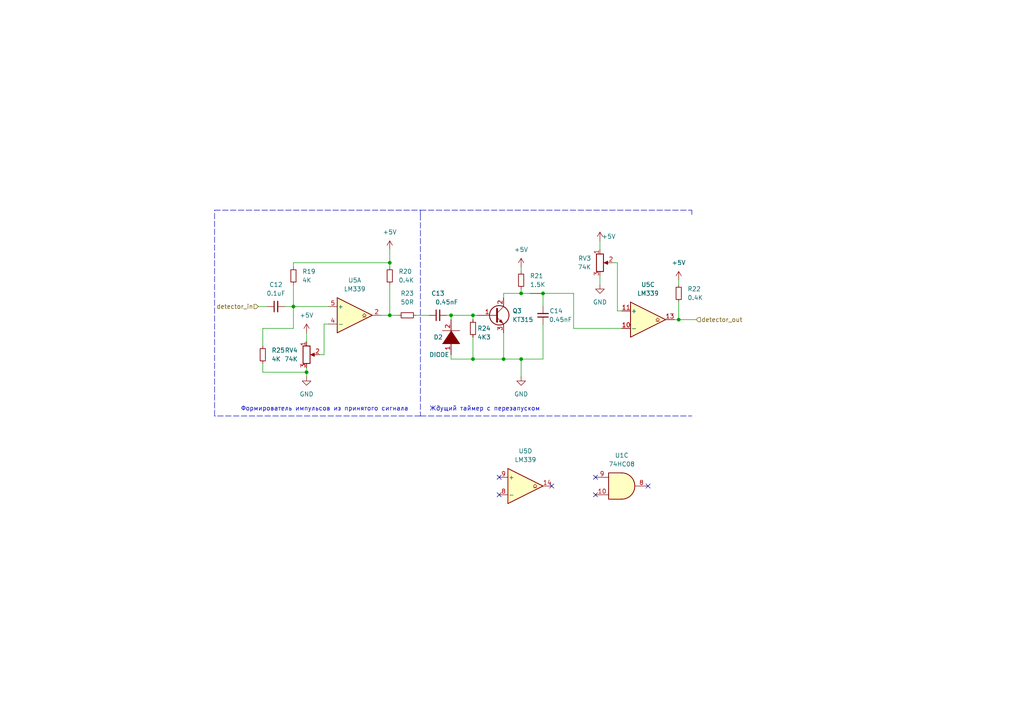
<source format=kicad_sch>
(kicad_sch (version 20211123) (generator eeschema)
  (paper "A4")
  (lib_symbols
    (symbol "Comparator:LM339" (pin_names (offset 0.127))
      (property "Reference" "U" (at 0 5.08 0))
      (property "Value" "LM339" (at 0 -5.08 0))
      (symbol "LM339_1_1"
        (polyline (pts (xy -5.08 5.08) (xy 5.08 0) (xy -5.08 -5.08) (xy -5.08 5.08)) (stroke (width 0.254)) (fill (type background)))
        (polyline (pts (xy 3.302 -0.508) (xy 2.794 -0.508) (xy 3.302 0) (xy 2.794 0.508) (xy 2.286 0) (xy 2.794 -0.508) (xy 2.286 -0.508)) (stroke (width 0.127)))
        (pin open_collector line (at 7.62 0 180) (length 2.54) (name "~") (number "2"))
        (pin input line (at -7.62 -2.54 0) (length 2.54) (name "-") (number "4"))
        (pin input line (at -7.62 2.54 0) (length 2.54) (name "+") (number "5"))
      )
      (symbol "LM339_2_1"
        (polyline (pts (xy -5.08 5.08) (xy 5.08 0) (xy -5.08 -5.08) (xy -5.08 5.08)) (stroke (width 0.254)) (fill (type background)))
        (polyline (pts (xy 3.302 -0.508) (xy 2.794 -0.508) (xy 3.302 0) (xy 2.794 0.508) (xy 2.286 0) (xy 2.794 -0.508) (xy 2.286 -0.508)) (stroke (width 0.127)))
        (pin open_collector line (at 7.62 0 180) (length 2.54) (name "~") (number "1"))
        (pin input line (at -7.62 -2.54 0) (length 2.54) (name "-") (number "6"))
        (pin input line (at -7.62 2.54 0) (length 2.54) (name "+") (number "7"))
      )
      (symbol "LM339_3_1"
        (polyline (pts (xy -5.08 5.08) (xy 5.08 0) (xy -5.08 -5.08) (xy -5.08 5.08)) (stroke (width 0.254)) (fill (type background)))
        (polyline (pts (xy 3.302 -0.508) (xy 2.794 -0.508) (xy 3.302 0) (xy 2.794 0.508) (xy 2.286 0) (xy 2.794 -0.508) (xy 2.286 -0.508)) (stroke (width 0.127)))
        (pin input line (at -7.62 -2.54 0) (length 2.54) (name "-") (number "10"))
        (pin input line (at -7.62 2.54 0) (length 2.54) (name "+") (number "11"))
        (pin open_collector line (at 7.62 0 180) (length 2.54) (name "~") (number "13"))
      )
      (symbol "LM339_4_1"
        (polyline (pts (xy -5.08 5.08) (xy 5.08 0) (xy -5.08 -5.08) (xy -5.08 5.08)) (stroke (width 0.254)) (fill (type background)))
        (polyline (pts (xy 3.302 -0.508) (xy 2.794 -0.508) (xy 3.302 0) (xy 2.794 0.508) (xy 2.286 0) (xy 2.794 -0.508) (xy 2.286 -0.508)) (stroke (width 0.127)))
        (pin open_collector line (at 7.62 0 180) (length 2.54) (name "~") (number "14"))
        (pin input line (at -7.62 -2.54 0) (length 2.54) (name "-") (number "8"))
        (pin input line (at -7.62 2.54 0) (length 2.54) (name "+") (number "9"))
      )
      (symbol "LM339_5_1"
        (pin power_in line (at -2.54 -7.62 90) (length 3.81) (name "V-") (number "12"))
        (pin power_in line (at -2.54 7.62 270) (length 3.81) (name "V+") (number "3"))
      )
    )
    (symbol "Device:C_Small" (pin_numbers hide) (pin_names (offset 0.254) hide)
      (property "Reference" "C" (at 0.254 1.778 0))
      (property "Value" "C_Small" (at 0.254 -2.032 0))
      (symbol "C_Small_0_1"
        (polyline (pts (xy -1.524 -0.508) (xy 1.524 -0.508)) (stroke (width 0.3302)))
        (polyline (pts (xy -1.524 0.508) (xy 1.524 0.508)) (stroke (width 0.3048)))
      )
      (symbol "C_Small_1_1"
        (pin passive line (at 0 2.54 270) (length 2.032) (name "~") (number "1"))
        (pin passive line (at 0 -2.54 90) (length 2.032) (name "~") (number "2"))
      )
    )
    (symbol "Device:Q_NPN_BCE" (pin_names (offset 0) hide)
      (property "Reference" "Q" (at 5.08 1.27 0))
      (property "Value" "Q_NPN_BCE" (at 5.08 -1.27 0))
      (symbol "Q_NPN_BCE_0_1"
        (polyline (pts (xy 0.635 0.635) (xy 2.54 2.54)))
        (polyline (pts (xy 0.635 -0.635) (xy 2.54 -2.54) (xy 2.54 -2.54)))
        (polyline (pts (xy 0.635 1.905) (xy 0.635 -1.905) (xy 0.635 -1.905)) (stroke (width 0.508)))
        (polyline (pts (xy 1.27 -1.778) (xy 1.778 -1.27) (xy 2.286 -2.286) (xy 1.27 -1.778) (xy 1.27 -1.778)) (fill (type outline)))
        (circle (center 1.27 0) (radius 2.8194) (stroke (width 0.254)))
      )
      (symbol "Q_NPN_BCE_1_1"
        (pin input line (at -5.08 0 0) (length 5.715) (name "B") (number "1"))
        (pin passive line (at 2.54 5.08 270) (length 2.54) (name "C") (number "2"))
        (pin passive line (at 2.54 -5.08 90) (length 2.54) (name "E") (number "3"))
      )
    )
    (symbol "Device:R_Potentiometer" (pin_names (offset 1.016) hide)
      (property "Reference" "RV" (at -4.445 0 90))
      (property "Value" "R_Potentiometer" (at -2.54 0 90))
      (symbol "R_Potentiometer_0_1"
        (polyline (pts (xy 2.54 0) (xy 1.524 0)))
        (polyline (pts (xy 1.143 0) (xy 2.286 0.508) (xy 2.286 -0.508) (xy 1.143 0)) (fill (type outline)))
        (rectangle (start 1.016 2.54) (end -1.016 -2.54) (stroke (width 0.254)))
      )
      (symbol "R_Potentiometer_1_1"
        (pin passive line (at 0 3.81 270) (length 1.27) (name "1") (number "1"))
        (pin passive line (at 3.81 0 180) (length 1.27) (name "2") (number "2"))
        (pin passive line (at 0 -3.81 90) (length 1.27) (name "3") (number "3"))
      )
    )
    (symbol "Device:R_Small" (pin_numbers hide) (pin_names (offset 0.254) hide)
      (property "Reference" "R" (at 0.762 0.508 0))
      (property "Value" "R_Small" (at 0.762 -1.016 0))
      (symbol "R_Small_0_1"
        (rectangle (start -0.762 1.778) (end 0.762 -1.778) (stroke (width 0.2032)))
      )
      (symbol "R_Small_1_1"
        (pin passive line (at 0 2.54 270) (length 0.762) (name "~") (number "1"))
        (pin passive line (at 0 -2.54 90) (length 0.762) (name "~") (number "2"))
      )
    )
    (symbol "custom_elements:74HC08" (pin_names (offset 1.016))
      (property "Reference" "U" (at 1.27 7.62 0))
      (property "Value" "74HC08" (at 0 0 0))
      (symbol "74HC08_1_1"
        (arc (start 0 -3.81) (mid 3.81 0) (end 0 3.81) (stroke (width 0.254)) (fill (type background)))
        (polyline (pts (xy 0 3.81) (xy -3.81 3.81) (xy -3.81 -3.81) (xy 0 -3.81)) (stroke (width 0.254)) (fill (type background)))
        (pin input line (at -7.62 2.54 0) (length 3.81) (name "~") (number "1"))
        (pin input line (at -7.62 -2.54 0) (length 3.81) (name "~") (number "2"))
        (pin output line (at 7.62 0 180) (length 3.81) (name "~") (number "3"))
      )
      (symbol "74HC08_1_2"
        (arc (start -3.81 -3.81) (mid -2.589 0) (end -3.81 3.81) (stroke (width 0.254)))
        (arc (start -0.6096 -3.81) (mid 2.1855 -2.584) (end 3.81 0) (stroke (width 0.254)) (fill (type background)))
        (polyline (pts (xy -3.81 -3.81) (xy -0.635 -3.81)) (stroke (width 0.254)) (fill (type background)))
        (polyline (pts (xy -3.81 3.81) (xy -0.635 3.81)) (stroke (width 0.254)) (fill (type background)))
        (polyline (pts (xy -0.635 3.81) (xy -3.81 3.81) (xy -3.81 3.81) (xy -3.556 3.4036) (xy -3.0226 2.2606) (xy -2.6924 1.0414) (xy -2.6162 -0.254) (xy -2.7686 -1.4986) (xy -3.175 -2.7178) (xy -3.81 -3.81) (xy -3.81 -3.81) (xy -0.635 -3.81)) (stroke (width -25.4)) (fill (type background)))
        (arc (start 3.81 0) (mid 2.1928 2.5925) (end -0.6096 3.81) (stroke (width 0.254)) (fill (type background)))
        (pin input inverted (at -7.62 2.54 0) (length 4.318) (name "~") (number "1"))
        (pin input inverted (at -7.62 -2.54 0) (length 4.318) (name "~") (number "2"))
        (pin output line (at 7.62 0 180) (length 3.81) (name "~") (number "3"))
      )
      (symbol "74HC08_2_1"
        (arc (start 0 -3.81) (mid 3.81 0) (end 0 3.81) (stroke (width 0.254)) (fill (type background)))
        (polyline (pts (xy 0 3.81) (xy -3.81 3.81) (xy -3.81 -3.81) (xy 0 -3.81)) (stroke (width 0.254)) (fill (type background)))
        (pin input line (at -7.62 2.54 0) (length 3.81) (name "~") (number "4"))
        (pin input line (at -7.62 -2.54 0) (length 3.81) (name "~") (number "5"))
        (pin output line (at 7.62 0 180) (length 3.81) (name "~") (number "6"))
      )
      (symbol "74HC08_2_2"
        (arc (start -3.81 -3.81) (mid -2.589 0) (end -3.81 3.81) (stroke (width 0.254)))
        (arc (start -0.6096 -3.81) (mid 2.1855 -2.584) (end 3.81 0) (stroke (width 0.254)) (fill (type background)))
        (polyline (pts (xy -3.81 -3.81) (xy -0.635 -3.81)) (stroke (width 0.254)) (fill (type background)))
        (polyline (pts (xy -3.81 3.81) (xy -0.635 3.81)) (stroke (width 0.254)) (fill (type background)))
        (polyline (pts (xy -0.635 3.81) (xy -3.81 3.81) (xy -3.81 3.81) (xy -3.556 3.4036) (xy -3.0226 2.2606) (xy -2.6924 1.0414) (xy -2.6162 -0.254) (xy -2.7686 -1.4986) (xy -3.175 -2.7178) (xy -3.81 -3.81) (xy -3.81 -3.81) (xy -0.635 -3.81)) (stroke (width -25.4)) (fill (type background)))
        (arc (start 3.81 0) (mid 2.1928 2.5925) (end -0.6096 3.81) (stroke (width 0.254)) (fill (type background)))
        (pin input inverted (at -7.62 2.54 0) (length 4.318) (name "~") (number "4"))
        (pin input inverted (at -7.62 -2.54 0) (length 4.318) (name "~") (number "5"))
        (pin output line (at 7.62 0 180) (length 3.81) (name "~") (number "6"))
      )
      (symbol "74HC08_3_1"
        (arc (start 0 -3.81) (mid 3.81 0) (end 0 3.81) (stroke (width 0.254)) (fill (type background)))
        (polyline (pts (xy 0 3.81) (xy -3.81 3.81) (xy -3.81 -3.81) (xy 0 -3.81)) (stroke (width 0.254)) (fill (type background)))
        (pin input line (at -7.62 -2.54 0) (length 3.81) (name "~") (number "10"))
        (pin output line (at 7.62 0 180) (length 3.81) (name "~") (number "8"))
        (pin input line (at -7.62 2.54 0) (length 3.81) (name "~") (number "9"))
      )
      (symbol "74HC08_3_2"
        (arc (start -3.81 -3.81) (mid -2.589 0) (end -3.81 3.81) (stroke (width 0.254)))
        (arc (start -0.6096 -3.81) (mid 2.1855 -2.584) (end 3.81 0) (stroke (width 0.254)) (fill (type background)))
        (polyline (pts (xy -3.81 -3.81) (xy -0.635 -3.81)) (stroke (width 0.254)) (fill (type background)))
        (polyline (pts (xy -3.81 3.81) (xy -0.635 3.81)) (stroke (width 0.254)) (fill (type background)))
        (polyline (pts (xy -0.635 3.81) (xy -3.81 3.81) (xy -3.81 3.81) (xy -3.556 3.4036) (xy -3.0226 2.2606) (xy -2.6924 1.0414) (xy -2.6162 -0.254) (xy -2.7686 -1.4986) (xy -3.175 -2.7178) (xy -3.81 -3.81) (xy -3.81 -3.81) (xy -0.635 -3.81)) (stroke (width -25.4)) (fill (type background)))
        (arc (start 3.81 0) (mid 2.1928 2.5925) (end -0.6096 3.81) (stroke (width 0.254)) (fill (type background)))
        (pin input inverted (at -7.62 -2.54 0) (length 4.318) (name "~") (number "10"))
        (pin output line (at 7.62 0 180) (length 3.81) (name "~") (number "8"))
        (pin input inverted (at -7.62 2.54 0) (length 4.318) (name "~") (number "9"))
      )
      (symbol "74HC08_4_1"
        (arc (start 0 -3.81) (mid 3.81 0) (end 0 3.81) (stroke (width 0.254)) (fill (type background)))
        (polyline (pts (xy 0 3.81) (xy -3.81 3.81) (xy -3.81 -3.81) (xy 0 -3.81)) (stroke (width 0.254)) (fill (type background)))
        (pin output line (at 7.62 0 180) (length 3.81) (name "~") (number "11"))
        (pin input line (at -7.62 2.54 0) (length 3.81) (name "~") (number "12"))
        (pin input line (at -7.62 -2.54 0) (length 3.81) (name "~") (number "13"))
      )
      (symbol "74HC08_4_2"
        (arc (start -3.81 -3.81) (mid -2.589 0) (end -3.81 3.81) (stroke (width 0.254)))
        (arc (start -0.6096 -3.81) (mid 2.1855 -2.584) (end 3.81 0) (stroke (width 0.254)) (fill (type background)))
        (polyline (pts (xy -3.81 -3.81) (xy -0.635 -3.81)) (stroke (width 0.254)) (fill (type background)))
        (polyline (pts (xy -3.81 3.81) (xy -0.635 3.81)) (stroke (width 0.254)) (fill (type background)))
        (polyline (pts (xy -0.635 3.81) (xy -3.81 3.81) (xy -3.81 3.81) (xy -3.556 3.4036) (xy -3.0226 2.2606) (xy -2.6924 1.0414) (xy -2.6162 -0.254) (xy -2.7686 -1.4986) (xy -3.175 -2.7178) (xy -3.81 -3.81) (xy -3.81 -3.81) (xy -0.635 -3.81)) (stroke (width -25.4)) (fill (type background)))
        (arc (start 3.81 0) (mid 2.1928 2.5925) (end -0.6096 3.81) (stroke (width 0.254)) (fill (type background)))
        (pin output line (at 7.62 0 180) (length 3.81) (name "~") (number "11"))
        (pin input inverted (at -7.62 2.54 0) (length 4.318) (name "~") (number "12"))
        (pin input inverted (at -7.62 -2.54 0) (length 4.318) (name "~") (number "13"))
      )
      (symbol "74HC08_5_0"
        (pin power_in line (at 0 11.43 270) (length 5.08) (name "VCC") (number "14"))
        (pin power_in line (at 0 -11.43 90) (length 5.08) (name "GND") (number "7"))
      )
      (symbol "74HC08_5_1"
        (rectangle (start -5.08 6.35) (end 5.08 -6.35) (stroke (width 0.254)) (fill (type background)))
      )
    )
    (symbol "power:+5V" (power) (pin_names (offset 0))
      (property "Value" "+5V" (at 0 3.556 0))
      (symbol "+5V_0_1"
        (polyline (pts (xy -0.762 1.27) (xy 0 2.54)))
        (polyline (pts (xy 0 0) (xy 0 2.54)))
        (polyline (pts (xy 0 2.54) (xy 0.762 1.27)))
      )
      (symbol "+5V_1_1"
        (pin power_in line (at 0 0 90) (length 0) hide (name "+5V") (number "1"))
      )
    )
    (symbol "power:GND" (power) (pin_names (offset 0))
      (property "Value" "GND" (at 0 -3.81 0))
      (symbol "GND_0_1"
        (polyline (pts (xy 0 0) (xy 0 -1.27) (xy 1.27 -1.27) (xy 0 -2.54) (xy -1.27 -1.27) (xy 0 -1.27)))
      )
      (symbol "GND_1_1"
        (pin power_in line (at 0 0 270) (length 0) hide (name "GND") (number "1"))
      )
    )
    (symbol "pspice:DIODE" (pin_names (offset 1.016) hide)
      (property "Reference" "D" (at 0 3.81 0))
      (property "Value" "DIODE" (at 0 -4.445 0))
      (symbol "DIODE_0_1"
        (polyline (pts (xy 1.905 2.54) (xy 1.905 -2.54)))
        (polyline (pts (xy -1.905 2.54) (xy -1.905 -2.54) (xy 1.905 0)) (fill (type outline)))
      )
      (symbol "DIODE_1_1"
        (pin input line (at -5.08 0 0) (length 3.81) (name "K") (number "1"))
        (pin input line (at 5.08 0 180) (length 3.81) (name "A") (number "2"))
      )
    )
  )
  (junction (at 151.148 85.0988))
  (junction (at 146.068 104.1488))
  (junction (at 113.048 91.4488))
  (junction (at 196.85 92.71))
  (junction (at 130.828 91.4488))
  (junction (at 137.178 91.4488))
  (junction (at 157.498 85.0988))
  (junction (at 113.048 76.2088))
  (junction (at 85.108 88.9088))
  (junction (at 137.178 104.1488))
  (junction (at 88.918 107.9588))
  (junction (at 151.148 104.1488))
  (no_connect (at 172.72 138.43))
  (no_connect (at 172.72 143.51))
  (no_connect (at 187.96 140.97))
  (no_connect (at 144.78 138.43))
  (no_connect (at 144.78 143.51))
  (no_connect (at 160.02 140.97))
  (wire (pts (xy 85.108 82.5588) (xy 85.108 88.9088)))
  (wire (pts (xy 130.828 91.4488) (xy 137.178 91.4488)))
  (wire (pts (xy 130.828 91.4488) (xy 130.828 92.7188)))
  (wire (pts (xy 146.068 96.5288) (xy 146.068 104.1488)))
  (wire (pts (xy 179.07 76.2) (xy 179.07 90.17)))
  (wire (pts (xy 93.998 102.8788) (xy 92.728 102.8788)))
  (wire (pts (xy 166.37 95.25) (xy 166.37 85.09)))
  (polyline (pts (xy 62.23 60.96) (xy 121.92 60.96)))
  (wire (pts (xy 174.008 80.0188) (xy 174.008 82.5588)))
  (polyline (pts (xy 62.23 120.65) (xy 62.23 60.96)))
  (wire (pts (xy 137.178 97.7988) (xy 137.178 104.1488)))
  (polyline (pts (xy 121.92 60.96) (xy 121.92 62.23)))
  (wire (pts (xy 151.148 104.1488) (xy 151.148 109.2288)))
  (wire (pts (xy 151.148 83.8288) (xy 151.148 85.0988)))
  (wire (pts (xy 113.048 91.4488) (xy 115.588 91.4488)))
  (wire (pts (xy 137.178 104.1488) (xy 146.068 104.1488)))
  (wire (pts (xy 174.008 69.8588) (xy 174.008 72.3988)))
  (wire (pts (xy 129.558 91.4488) (xy 130.828 91.4488)))
  (wire (pts (xy 113.048 76.2088) (xy 113.048 77.4788)))
  (wire (pts (xy 180.34 90.17) (xy 179.07 90.17)))
  (wire (pts (xy 82.568 88.9088) (xy 85.108 88.9088)))
  (polyline (pts (xy 200.66 60.96) (xy 200.66 62.23)))
  (wire (pts (xy 157.498 93.9888) (xy 157.498 104.1488)))
  (wire (pts (xy 113.048 72.3988) (xy 113.048 76.2088)))
  (wire (pts (xy 196.85 92.71) (xy 201.93 92.71)))
  (wire (pts (xy 88.918 96.5288) (xy 88.918 99.0688)))
  (polyline (pts (xy 121.92 120.65) (xy 200.66 120.65)))
  (wire (pts (xy 76.218 100.3388) (xy 76.218 95.2588)))
  (wire (pts (xy 177.818 76.2088) (xy 179.07 76.2)))
  (wire (pts (xy 151.148 77.4788) (xy 151.148 78.7488)))
  (wire (pts (xy 93.998 93.9888) (xy 93.998 102.8788)))
  (wire (pts (xy 137.178 91.4488) (xy 137.178 92.7188)))
  (wire (pts (xy 146.068 104.1488) (xy 151.148 104.1488)))
  (wire (pts (xy 76.218 107.9588) (xy 88.918 107.9588)))
  (polyline (pts (xy 121.92 60.96) (xy 200.66 60.96)))
  (polyline (pts (xy 121.92 120.65) (xy 62.23 120.65)))
  (wire (pts (xy 137.178 91.4488) (xy 138.448 91.4488)))
  (wire (pts (xy 88.918 106.6888) (xy 88.918 107.9588)))
  (wire (pts (xy 157.498 85.0988) (xy 157.498 88.9088)))
  (wire (pts (xy 85.108 77.4788) (xy 85.108 76.2088)))
  (wire (pts (xy 85.108 88.9088) (xy 95.268 88.9088)))
  (wire (pts (xy 113.048 82.5588) (xy 113.048 91.4488)))
  (wire (pts (xy 120.668 91.4488) (xy 124.478 91.4488)))
  (wire (pts (xy 196.85 81.28) (xy 196.85 82.55)))
  (wire (pts (xy 85.108 76.2088) (xy 113.048 76.2088)))
  (wire (pts (xy 166.37 85.09) (xy 153.67 85.09)))
  (wire (pts (xy 110.508 91.4488) (xy 113.048 91.4488)))
  (wire (pts (xy 151.148 104.1488) (xy 157.498 104.1488)))
  (wire (pts (xy 88.918 107.9588) (xy 88.918 109.2288)))
  (wire (pts (xy 76.218 105.4188) (xy 76.218 107.9588)))
  (wire (pts (xy 76.218 95.2588) (xy 85.108 95.2588)))
  (wire (pts (xy 85.108 88.9088) (xy 85.108 95.2588)))
  (wire (pts (xy 196.85 87.63) (xy 196.85 92.71)))
  (wire (pts (xy 130.828 102.8788) (xy 130.828 104.1488)))
  (wire (pts (xy 146.068 85.0988) (xy 151.148 85.0988)))
  (wire (pts (xy 74.93 88.9) (xy 77.488 88.9088)))
  (wire (pts (xy 130.828 104.1488) (xy 137.178 104.1488)))
  (wire (pts (xy 95.268 93.9888) (xy 93.998 93.9888)))
  (wire (pts (xy 151.148 85.0988) (xy 157.498 85.0988)))
  (wire (pts (xy 153.67 85.09) (xy 157.498 85.0988)))
  (wire (pts (xy 180.34 95.25) (xy 166.37 95.25)))
  (polyline (pts (xy 121.938 62.2388) (xy 121.938 120.6588)))
  (wire (pts (xy 146.068 86.3688) (xy 146.068 85.0988)))
  (wire (pts (xy 195.58 92.71) (xy 196.85 92.71)))
  (text "Ждущий таймер с перезапуском" (at 124.478 119.3888 0) (effects (font (size 1.27 1.27)) (justify left bottom)))
  (text "Формирователь импульсов из принятого сигнала" (at 69.85 119.38 0) (effects (font (size 1.27 1.27)) (justify left bottom)))
  (hierarchical_label "detector_out" (shape input) (at 201.93 92.71 0))
  (hierarchical_label "detector_in" (shape input) (at 74.93 88.9 180))
  (symbol (lib_id "Device:R_Small") (at 118.128 91.4488 90) (unit 1)
    (property "Reference" "R23" (at 118.128 85.0988 90))
    (property "Value" "50R" (at 118.128 87.6388 90))
    (property "Footprint" "Resistor_SMD:R_0603_1608Metric" (effects hide))
  )
  (symbol (lib_id "power:+5V") (at 174.008 69.8588 0) (unit 1)
    (property "Reference" "#PWR012" (effects hide))
    (property "Value" "+5V" (at 176.548 68.5888 0))
  )
  (symbol (lib_id "Device:C_Small") (at 127.018 91.4488 90) (unit 1)
    (property "Reference" "C13" (at 127.018 85.0988 90))
    (property "Value" "0.45nF" (at 129.558 87.6388 90))
    (property "Footprint" "Capacitor_SMD:C_0603_1608Metric" (effects hide))
  )
  (symbol (lib_id "pspice:DIODE") (at 130.828 97.7988 90) (unit 1)
    (property "Reference" "D2" (at 125.748 97.7988 90) (effects (justify right)))
    (property "Value" "DIODE" (at 124.478 102.8788 90) (effects (justify right)))
    (property "Footprint" "Connector_PinHeader_2.54mm:PinHeader_1x02_P2.54mm_Vertical" (effects hide))
  )
  (symbol (lib_id "Comparator:LM339") (at 187.96 92.71 0) (unit 3)
    (property "Reference" "U5" (at 187.96 82.55 0))
    (property "Value" "LM339" (at 187.96 85.09 0))
    (property "Footprint" "Package_SO:SO-14_3.9x8.65mm_P1.27mm" (effects hide))
    (property "Datasheet" "https://www.st.com/resource/en/datasheet/lm139.pdf" (effects hide))
  )
  (symbol (lib_id "Device:C_Small") (at 80.028 88.9088 90) (unit 1)
    (property "Reference" "C12" (at 80.0343 82.5588 90))
    (property "Value" "0.1uF" (at 80.0343 85.0988 90))
    (property "Footprint" "Capacitor_SMD:C_0603_1608Metric" (effects hide))
  )
  (symbol (lib_id "custom_elements:74HC08") (at 180.34 140.97 0) (unit 3)
    (property "Reference" "U1" (at 180.34 132.08 0))
    (property "Value" "74HC08" (at 180.34 134.62 0))
    (property "Footprint" "Package_SO:SO-14_3.9x8.65mm_P1.27mm" (effects hide))
    (property "Datasheet" "http://www.ti.com/lit/gpn/sn74hc00" (effects hide))
  )
  (symbol (lib_id "power:+5V") (at 151.148 77.4788 0) (unit 1)
    (property "Reference" "#PWR014" (effects hide))
    (property "Value" "+5V" (at 151.148 72.3988 0))
  )
  (symbol (lib_id "Device:R_Potentiometer") (at 88.918 102.8788 0) (unit 1)
    (property "Reference" "RV4" (at 86.378 101.6087 0) (effects (justify right)))
    (property "Value" "74K" (at 86.378 104.1487 0) (effects (justify right)))
    (property "Footprint" "Potentiometer_THT:Potentiometer_Bourns_3296W_Vertical" (effects hide))
  )
  (symbol (lib_id "Device:Q_NPN_BCE") (at 143.528 91.4488 0) (unit 1)
    (property "Reference" "Q3" (at 148.608 90.1787 0) (effects (justify left)))
    (property "Value" "KT315" (at 148.608 92.7187 0) (effects (justify left)))
    (property "Footprint" "Connector_PinHeader_2.54mm:PinHeader_1x03_P2.54mm_Vertical" (effects hide))
  )
  (symbol (lib_id "Device:R_Potentiometer") (at 174.008 76.2088 0) (unit 1)
    (property "Reference" "RV3" (at 171.468 74.9387 0) (effects (justify right)))
    (property "Value" "74K" (at 171.468 77.4787 0) (effects (justify right)))
    (property "Footprint" "Potentiometer_THT:Potentiometer_Bourns_3296W_Vertical" (effects hide))
  )
  (symbol (lib_id "power:+5V") (at 88.918 96.5288 0) (unit 1)
    (property "Reference" "#PWR017" (effects hide))
    (property "Value" "+5V" (at 88.918 91.4488 0))
  )
  (symbol (lib_id "Device:R_Small") (at 196.85 85.09 180) (unit 1)
    (property "Reference" "R22" (at 199.39 83.8199 0) (effects (justify right)))
    (property "Value" "0.4K" (at 199.39 86.3599 0) (effects (justify right)))
    (property "Footprint" "Resistor_SMD:R_0603_1608Metric" (effects hide))
  )
  (symbol (lib_id "power:+5V") (at 113.048 72.3988 0) (unit 1)
    (property "Reference" "#PWR013" (effects hide))
    (property "Value" "+5V" (at 113.048 67.3188 0))
  )
  (symbol (lib_id "power:GND") (at 151.148 109.2288 0) (unit 1)
    (property "Reference" "#PWR019" (effects hide))
    (property "Value" "GND" (at 151.148 114.3088 0))
  )
  (symbol (lib_id "Device:R_Small") (at 85.108 80.0188 180) (unit 1)
    (property "Reference" "R19" (at 87.648 78.7487 0) (effects (justify right)))
    (property "Value" "4K" (at 87.648 81.2887 0) (effects (justify right)))
    (property "Footprint" "Resistor_SMD:R_0603_1608Metric" (effects hide))
  )
  (symbol (lib_id "Comparator:LM339") (at 152.4 140.97 0) (unit 4)
    (property "Reference" "U5" (at 152.4 130.81 0))
    (property "Value" "LM339" (at 152.4 133.35 0))
    (property "Footprint" "Package_SO:SO-14_3.9x8.65mm_P1.27mm" (effects hide))
    (property "Datasheet" "https://www.st.com/resource/en/datasheet/lm139.pdf" (effects hide))
  )
  (symbol (lib_id "power:GND") (at 174.008 82.5588 0) (unit 1)
    (property "Reference" "#PWR016" (effects hide))
    (property "Value" "GND" (at 174.008 87.6388 0))
  )
  (symbol (lib_id "Comparator:LM339") (at 102.888 91.4488 0) (unit 1)
    (property "Reference" "U5" (at 102.888 81.2888 0))
    (property "Value" "LM339" (at 102.888 83.8288 0))
    (property "Footprint" "Package_SO:SO-14_3.9x8.65mm_P1.27mm" (effects hide))
    (property "Datasheet" "https://www.st.com/resource/en/datasheet/lm139.pdf" (effects hide))
  )
  (symbol (lib_id "power:GND") (at 88.918 109.2288 0) (unit 1)
    (property "Reference" "#PWR018" (effects hide))
    (property "Value" "GND" (at 88.918 114.3088 0))
  )
  (symbol (lib_id "Device:R_Small") (at 76.218 102.8788 180) (unit 1)
    (property "Reference" "R25" (at 78.758 101.6087 0) (effects (justify right)))
    (property "Value" "4K" (at 78.758 104.1487 0) (effects (justify right)))
    (property "Footprint" "Resistor_SMD:R_0603_1608Metric" (effects hide))
  )
  (symbol (lib_id "power:+5V") (at 196.85 81.28 0) (unit 1)
    (property "Reference" "#PWR015" (effects hide))
    (property "Value" "+5V" (at 196.85 76.2 0))
  )
  (symbol (lib_id "Device:R_Small") (at 113.048 80.0188 180) (unit 1)
    (property "Reference" "R20" (at 115.588 78.7487 0) (effects (justify right)))
    (property "Value" "0.4K" (at 115.588 81.2887 0) (effects (justify right)))
    (property "Footprint" "Resistor_SMD:R_0603_1608Metric" (effects hide))
  )
  (symbol (lib_id "Device:R_Small") (at 151.148 81.2888 180) (unit 1)
    (property "Reference" "R21" (at 153.688 80.0187 0) (effects (justify right)))
    (property "Value" "1.5K" (at 153.688 82.5587 0) (effects (justify right)))
    (property "Footprint" "Resistor_SMD:R_0603_1608Metric" (effects hide))
  )
  (symbol (lib_id "Device:R_Small") (at 137.178 95.2588 180) (unit 1)
    (property "Reference" "R24" (at 138.448 95.2588 0) (effects (justify right)))
    (property "Value" "4K3" (at 138.448 97.7988 0) (effects (justify right)))
    (property "Footprint" "Resistor_SMD:R_0603_1608Metric" (effects hide))
  )
  (symbol (lib_id "Device:C_Small") (at 157.498 91.4488 180) (unit 1)
    (property "Reference" "C14" (at 161.308 90.1788 0))
    (property "Value" "0.45nF" (at 162.578 92.7188 0))
    (property "Footprint" "Capacitor_SMD:C_0603_1608Metric" (effects hide))
  )
)
</source>
